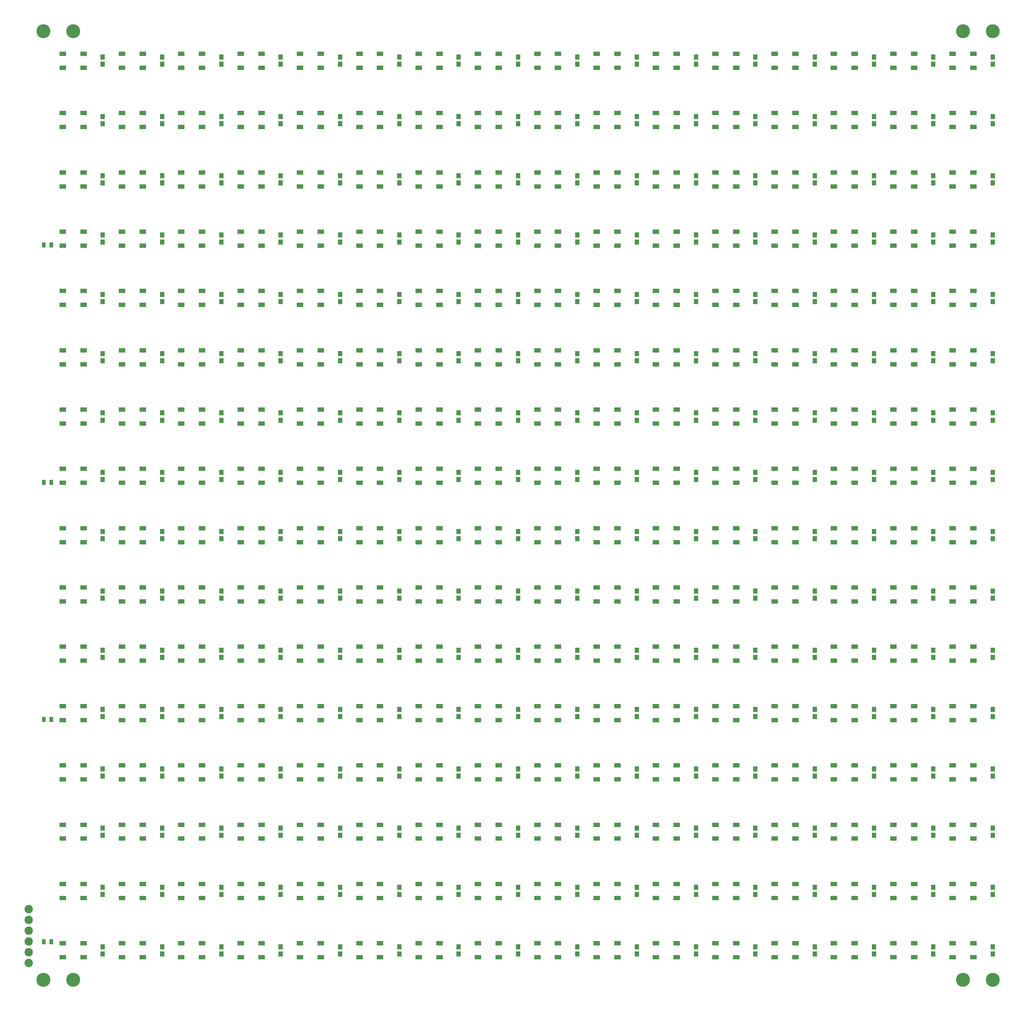
<source format=gts>
G75*
%MOIN*%
%OFA0B0*%
%FSLAX24Y24*%
%IPPOS*%
%LPD*%
%AMOC8*
5,1,8,0,0,1.08239X$1,22.5*
%
%ADD10C,0.1300*%
%ADD11R,0.0434X0.0473*%
%ADD12R,0.0631X0.0394*%
%ADD13C,0.0780*%
%ADD14R,0.0355X0.0512*%
D10*
X002865Y002856D03*
X005621Y002856D03*
X088298Y002856D03*
X091054Y002856D03*
X091054Y091045D03*
X088298Y091045D03*
X005621Y091045D03*
X002865Y091045D03*
D11*
X008376Y088624D03*
X008376Y087954D03*
X008376Y083112D03*
X008376Y082443D03*
X008376Y077600D03*
X008376Y076931D03*
X008376Y072088D03*
X008376Y071419D03*
X008376Y066576D03*
X008376Y065907D03*
X008376Y061065D03*
X008376Y060395D03*
X008376Y055553D03*
X008376Y054883D03*
X008376Y050041D03*
X008376Y049372D03*
X008376Y044529D03*
X008376Y043860D03*
X008376Y039017D03*
X008376Y038348D03*
X008376Y033506D03*
X008376Y032836D03*
X008376Y027994D03*
X008376Y027324D03*
X008376Y022482D03*
X008376Y021813D03*
X008376Y016970D03*
X008376Y016301D03*
X008376Y011458D03*
X008376Y010789D03*
X008376Y005946D03*
X008376Y005277D03*
X013888Y005277D03*
X013888Y005946D03*
X013888Y010789D03*
X013888Y011458D03*
X013888Y016301D03*
X013888Y016970D03*
X013888Y021813D03*
X013888Y022482D03*
X013888Y027324D03*
X013888Y027994D03*
X013888Y032836D03*
X013888Y033506D03*
X013888Y038348D03*
X013888Y039017D03*
X013888Y043860D03*
X013888Y044529D03*
X013888Y049372D03*
X013888Y050041D03*
X013888Y054883D03*
X013888Y055553D03*
X013888Y060395D03*
X013888Y061065D03*
X013888Y065907D03*
X013888Y066576D03*
X013888Y071419D03*
X013888Y072088D03*
X013888Y076931D03*
X013888Y077600D03*
X013888Y082443D03*
X013888Y083112D03*
X013888Y087954D03*
X013888Y088624D03*
X019400Y088624D03*
X019400Y087954D03*
X019400Y083112D03*
X019400Y082443D03*
X019400Y077600D03*
X019400Y076931D03*
X019400Y072088D03*
X019400Y071419D03*
X019400Y066576D03*
X019400Y065907D03*
X019400Y061065D03*
X019400Y060395D03*
X019400Y055553D03*
X019400Y054883D03*
X019400Y050041D03*
X019400Y049372D03*
X019400Y044529D03*
X019400Y043860D03*
X019400Y039017D03*
X019400Y038348D03*
X019400Y033506D03*
X019400Y032836D03*
X019400Y027994D03*
X019400Y027324D03*
X019400Y022482D03*
X019400Y021813D03*
X019400Y016970D03*
X019400Y016301D03*
X019400Y011458D03*
X019400Y010789D03*
X019400Y005946D03*
X019400Y005277D03*
X024912Y005277D03*
X024912Y005946D03*
X024912Y010789D03*
X024912Y011458D03*
X024912Y016301D03*
X024912Y016970D03*
X024912Y021813D03*
X024912Y022482D03*
X024912Y027324D03*
X024912Y027994D03*
X024912Y032836D03*
X024912Y033506D03*
X024912Y038348D03*
X024912Y039017D03*
X024912Y043860D03*
X024912Y044529D03*
X024912Y049372D03*
X024912Y050041D03*
X024912Y054883D03*
X024912Y055553D03*
X024912Y060395D03*
X024912Y061065D03*
X024912Y065907D03*
X024912Y066576D03*
X024912Y071419D03*
X024912Y072088D03*
X024912Y076931D03*
X024912Y077600D03*
X024912Y082443D03*
X024912Y083112D03*
X024912Y087954D03*
X024912Y088624D03*
X030424Y088624D03*
X030424Y087954D03*
X030424Y083112D03*
X030424Y082443D03*
X030424Y077600D03*
X030424Y076931D03*
X030424Y072088D03*
X030424Y071419D03*
X030424Y066576D03*
X030424Y065907D03*
X030424Y061065D03*
X030424Y060395D03*
X030424Y055553D03*
X030424Y054883D03*
X030424Y050041D03*
X030424Y049372D03*
X030424Y044529D03*
X030424Y043860D03*
X030424Y039017D03*
X030424Y038348D03*
X030424Y033506D03*
X030424Y032836D03*
X030424Y027994D03*
X030424Y027324D03*
X030424Y022482D03*
X030424Y021813D03*
X030424Y016970D03*
X030424Y016301D03*
X030424Y011458D03*
X030424Y010789D03*
X030424Y005946D03*
X030424Y005277D03*
X035935Y005277D03*
X035935Y005946D03*
X035935Y010789D03*
X035935Y011458D03*
X035935Y016301D03*
X035935Y016970D03*
X035935Y021813D03*
X035935Y022482D03*
X035935Y027324D03*
X035935Y027994D03*
X035935Y032836D03*
X035935Y033506D03*
X035935Y038348D03*
X035935Y039017D03*
X035935Y043860D03*
X035935Y044529D03*
X035935Y049372D03*
X035935Y050041D03*
X035935Y054883D03*
X035935Y055553D03*
X035935Y060395D03*
X035935Y061065D03*
X035935Y065907D03*
X035935Y066576D03*
X035935Y071419D03*
X035935Y072088D03*
X035935Y076931D03*
X035935Y077600D03*
X035935Y082443D03*
X035935Y083112D03*
X035935Y087954D03*
X035935Y088624D03*
X041447Y088624D03*
X041447Y087954D03*
X041447Y083112D03*
X041447Y082443D03*
X041447Y077600D03*
X041447Y076931D03*
X041447Y072088D03*
X041447Y071419D03*
X041447Y066576D03*
X041447Y065907D03*
X041447Y061065D03*
X041447Y060395D03*
X041447Y055553D03*
X041447Y054883D03*
X041447Y050041D03*
X041447Y049372D03*
X041447Y044529D03*
X041447Y043860D03*
X041447Y039017D03*
X041447Y038348D03*
X041447Y033506D03*
X041447Y032836D03*
X041447Y027994D03*
X041447Y027324D03*
X041447Y022482D03*
X041447Y021813D03*
X041447Y016970D03*
X041447Y016301D03*
X041447Y011458D03*
X041447Y010789D03*
X041447Y005946D03*
X041447Y005277D03*
X046959Y005277D03*
X046959Y005946D03*
X046959Y010789D03*
X046959Y011458D03*
X046959Y016301D03*
X046959Y016970D03*
X046959Y021813D03*
X046959Y022482D03*
X052471Y022482D03*
X052471Y021813D03*
X052471Y016970D03*
X052471Y016301D03*
X052471Y011458D03*
X052471Y010789D03*
X052471Y005946D03*
X052471Y005277D03*
X057983Y005277D03*
X057983Y005946D03*
X057983Y010789D03*
X057983Y011458D03*
X057983Y016301D03*
X057983Y016970D03*
X057983Y021813D03*
X057983Y022482D03*
X057983Y027324D03*
X057983Y027994D03*
X057983Y032836D03*
X057983Y033506D03*
X057983Y038348D03*
X057983Y039017D03*
X057983Y043860D03*
X057983Y044529D03*
X057983Y049372D03*
X057983Y050041D03*
X057983Y054883D03*
X057983Y055553D03*
X057983Y060395D03*
X057983Y061065D03*
X057983Y065907D03*
X057983Y066576D03*
X057983Y071419D03*
X057983Y072088D03*
X057983Y076931D03*
X057983Y077600D03*
X057983Y082443D03*
X057983Y083112D03*
X057983Y087954D03*
X057983Y088624D03*
X063495Y088624D03*
X063495Y087954D03*
X063495Y083112D03*
X063495Y082443D03*
X063495Y077600D03*
X063495Y076931D03*
X063495Y072088D03*
X063495Y071419D03*
X063495Y066576D03*
X063495Y065907D03*
X063495Y061065D03*
X063495Y060395D03*
X063495Y055553D03*
X063495Y054883D03*
X063495Y050041D03*
X063495Y049372D03*
X063495Y044529D03*
X063495Y043860D03*
X063495Y039017D03*
X063495Y038348D03*
X063495Y033506D03*
X063495Y032836D03*
X063495Y027994D03*
X063495Y027324D03*
X063495Y022482D03*
X063495Y021813D03*
X063495Y016970D03*
X063495Y016301D03*
X063495Y011458D03*
X063495Y010789D03*
X063495Y005946D03*
X063495Y005277D03*
X069006Y005277D03*
X069006Y005946D03*
X069006Y010789D03*
X069006Y011458D03*
X069006Y016301D03*
X069006Y016970D03*
X069006Y021813D03*
X069006Y022482D03*
X069006Y027324D03*
X069006Y027994D03*
X069006Y032836D03*
X069006Y033506D03*
X069006Y038348D03*
X069006Y039017D03*
X069006Y043860D03*
X069006Y044529D03*
X069006Y049372D03*
X069006Y050041D03*
X069006Y054883D03*
X069006Y055553D03*
X069006Y060395D03*
X069006Y061065D03*
X069006Y065907D03*
X069006Y066576D03*
X069006Y071419D03*
X069006Y072088D03*
X069006Y076931D03*
X069006Y077600D03*
X069006Y082443D03*
X069006Y083112D03*
X069006Y087954D03*
X069006Y088624D03*
X074518Y088624D03*
X074518Y087954D03*
X074518Y083112D03*
X074518Y082443D03*
X074518Y077600D03*
X074518Y076931D03*
X074518Y072088D03*
X074518Y071419D03*
X074518Y066576D03*
X074518Y065907D03*
X074518Y061065D03*
X074518Y060395D03*
X074518Y055553D03*
X074518Y054883D03*
X074518Y050041D03*
X074518Y049372D03*
X074518Y044529D03*
X074518Y043860D03*
X074518Y039017D03*
X074518Y038348D03*
X074518Y033506D03*
X074518Y032836D03*
X074518Y027994D03*
X074518Y027324D03*
X074518Y022482D03*
X074518Y021813D03*
X074518Y016970D03*
X074518Y016301D03*
X074518Y011458D03*
X074518Y010789D03*
X074518Y005946D03*
X074518Y005277D03*
X080030Y005277D03*
X080030Y005946D03*
X080030Y010789D03*
X080030Y011458D03*
X080030Y016301D03*
X080030Y016970D03*
X080030Y021813D03*
X080030Y022482D03*
X080030Y027324D03*
X080030Y027994D03*
X080030Y032836D03*
X080030Y033506D03*
X080030Y038348D03*
X080030Y039017D03*
X080030Y043860D03*
X080030Y044529D03*
X080030Y049372D03*
X080030Y050041D03*
X080030Y054883D03*
X080030Y055553D03*
X080030Y060395D03*
X080030Y061065D03*
X080030Y065907D03*
X080030Y066576D03*
X080030Y071419D03*
X080030Y072088D03*
X080030Y076931D03*
X080030Y077600D03*
X080030Y082443D03*
X080030Y083112D03*
X080030Y087954D03*
X080030Y088624D03*
X085542Y088624D03*
X085542Y087954D03*
X085542Y083112D03*
X085542Y082443D03*
X085542Y077600D03*
X085542Y076931D03*
X085542Y072088D03*
X085542Y071419D03*
X091054Y071419D03*
X091054Y072088D03*
X091054Y076931D03*
X091054Y077600D03*
X091054Y082443D03*
X091054Y083112D03*
X091054Y087954D03*
X091054Y088624D03*
X091054Y066576D03*
X091054Y065907D03*
X091054Y061065D03*
X091054Y060395D03*
X091054Y055553D03*
X091054Y054883D03*
X091054Y050041D03*
X091054Y049372D03*
X091054Y044529D03*
X091054Y043860D03*
X091054Y039017D03*
X091054Y038348D03*
X091054Y033506D03*
X091054Y032836D03*
X091054Y027994D03*
X091054Y027324D03*
X085542Y027324D03*
X085542Y027994D03*
X085542Y032836D03*
X085542Y033506D03*
X085542Y038348D03*
X085542Y039017D03*
X085542Y043860D03*
X085542Y044529D03*
X085542Y049372D03*
X085542Y050041D03*
X085542Y054883D03*
X085542Y055553D03*
X085542Y060395D03*
X085542Y061065D03*
X085542Y065907D03*
X085542Y066576D03*
X052471Y066576D03*
X052471Y065907D03*
X052471Y061065D03*
X052471Y060395D03*
X052471Y055553D03*
X052471Y054883D03*
X052471Y050041D03*
X052471Y049372D03*
X052471Y044529D03*
X052471Y043860D03*
X052471Y039017D03*
X052471Y038348D03*
X052471Y033506D03*
X052471Y032836D03*
X052471Y027994D03*
X052471Y027324D03*
X046959Y027324D03*
X046959Y027994D03*
X046959Y032836D03*
X046959Y033506D03*
X046959Y038348D03*
X046959Y039017D03*
X046959Y043860D03*
X046959Y044529D03*
X046959Y049372D03*
X046959Y050041D03*
X046959Y054883D03*
X046959Y055553D03*
X046959Y060395D03*
X046959Y061065D03*
X046959Y065907D03*
X046959Y066576D03*
X046959Y071419D03*
X046959Y072088D03*
X046959Y076931D03*
X046959Y077600D03*
X046959Y082443D03*
X046959Y083112D03*
X046959Y087954D03*
X046959Y088624D03*
X052471Y088624D03*
X052471Y087954D03*
X052471Y083112D03*
X052471Y082443D03*
X052471Y077600D03*
X052471Y076931D03*
X052471Y072088D03*
X052471Y071419D03*
X085542Y022482D03*
X085542Y021813D03*
X085542Y016970D03*
X085542Y016301D03*
X085542Y011458D03*
X085542Y010789D03*
X085542Y005946D03*
X085542Y005277D03*
X091054Y005277D03*
X091054Y005946D03*
X091054Y010789D03*
X091054Y011458D03*
X091054Y016301D03*
X091054Y016970D03*
X091054Y021813D03*
X091054Y022482D03*
D12*
X089262Y022797D03*
X089262Y021498D03*
X087333Y021498D03*
X087333Y022797D03*
X083750Y022797D03*
X083750Y021498D03*
X081821Y021498D03*
X081821Y022797D03*
X078239Y022797D03*
X078239Y021498D03*
X076310Y021498D03*
X076310Y022797D03*
X072727Y022797D03*
X072727Y021498D03*
X070798Y021498D03*
X070798Y022797D03*
X067215Y022797D03*
X067215Y021498D03*
X065286Y021498D03*
X065286Y022797D03*
X061703Y022797D03*
X061703Y021498D03*
X059774Y021498D03*
X059774Y022797D03*
X056191Y022797D03*
X056191Y021498D03*
X054262Y021498D03*
X054262Y022797D03*
X050680Y022797D03*
X050680Y021498D03*
X048750Y021498D03*
X048750Y022797D03*
X045168Y022797D03*
X045168Y021498D03*
X043239Y021498D03*
X043239Y022797D03*
X039656Y022797D03*
X039656Y021498D03*
X037727Y021498D03*
X037727Y022797D03*
X034144Y022797D03*
X034144Y021498D03*
X032215Y021498D03*
X032215Y022797D03*
X028632Y022797D03*
X028632Y021498D03*
X026703Y021498D03*
X026703Y022797D03*
X023121Y022797D03*
X023121Y021498D03*
X021191Y021498D03*
X021191Y022797D03*
X017609Y022797D03*
X017609Y021498D03*
X015680Y021498D03*
X015680Y022797D03*
X012097Y022797D03*
X012097Y021498D03*
X010168Y021498D03*
X010168Y022797D03*
X006585Y022797D03*
X006585Y021498D03*
X004656Y021498D03*
X004656Y022797D03*
X004656Y027009D03*
X004656Y028309D03*
X006585Y028309D03*
X006585Y027009D03*
X010168Y027009D03*
X010168Y028309D03*
X012097Y028309D03*
X012097Y027009D03*
X015680Y027009D03*
X015680Y028309D03*
X017609Y028309D03*
X017609Y027009D03*
X021191Y027009D03*
X021191Y028309D03*
X023121Y028309D03*
X023121Y027009D03*
X026703Y027009D03*
X026703Y028309D03*
X028632Y028309D03*
X028632Y027009D03*
X032215Y027009D03*
X032215Y028309D03*
X034144Y028309D03*
X034144Y027009D03*
X037727Y027009D03*
X037727Y028309D03*
X039656Y028309D03*
X039656Y027009D03*
X043239Y027009D03*
X043239Y028309D03*
X045168Y028309D03*
X045168Y027009D03*
X048750Y027009D03*
X048750Y028309D03*
X050680Y028309D03*
X050680Y027009D03*
X054262Y027009D03*
X054262Y028309D03*
X056191Y028309D03*
X056191Y027009D03*
X059774Y027009D03*
X059774Y028309D03*
X061703Y028309D03*
X061703Y027009D03*
X065286Y027009D03*
X065286Y028309D03*
X067215Y028309D03*
X067215Y027009D03*
X070798Y027009D03*
X070798Y028309D03*
X072727Y028309D03*
X072727Y027009D03*
X076310Y027009D03*
X076310Y028309D03*
X078239Y028309D03*
X078239Y027009D03*
X081821Y027009D03*
X081821Y028309D03*
X083750Y028309D03*
X083750Y027009D03*
X087333Y027009D03*
X087333Y028309D03*
X089262Y028309D03*
X089262Y027009D03*
X089262Y032521D03*
X089262Y033820D03*
X087333Y033820D03*
X087333Y032521D03*
X083750Y032521D03*
X083750Y033820D03*
X081821Y033820D03*
X081821Y032521D03*
X078239Y032521D03*
X078239Y033820D03*
X076310Y033820D03*
X076310Y032521D03*
X072727Y032521D03*
X072727Y033820D03*
X070798Y033820D03*
X070798Y032521D03*
X067215Y032521D03*
X067215Y033820D03*
X065286Y033820D03*
X065286Y032521D03*
X061703Y032521D03*
X061703Y033820D03*
X059774Y033820D03*
X059774Y032521D03*
X056191Y032521D03*
X056191Y033820D03*
X054262Y033820D03*
X054262Y032521D03*
X050680Y032521D03*
X050680Y033820D03*
X048750Y033820D03*
X048750Y032521D03*
X045168Y032521D03*
X045168Y033820D03*
X043239Y033820D03*
X043239Y032521D03*
X039656Y032521D03*
X039656Y033820D03*
X037727Y033820D03*
X037727Y032521D03*
X034144Y032521D03*
X034144Y033820D03*
X032215Y033820D03*
X032215Y032521D03*
X028632Y032521D03*
X028632Y033820D03*
X026703Y033820D03*
X026703Y032521D03*
X023121Y032521D03*
X023121Y033820D03*
X021191Y033820D03*
X021191Y032521D03*
X017609Y032521D03*
X017609Y033820D03*
X015680Y033820D03*
X015680Y032521D03*
X012097Y032521D03*
X012097Y033820D03*
X010168Y033820D03*
X010168Y032521D03*
X006585Y032521D03*
X006585Y033820D03*
X004656Y033820D03*
X004656Y032521D03*
X004656Y038033D03*
X004656Y039332D03*
X006585Y039332D03*
X006585Y038033D03*
X010168Y038033D03*
X010168Y039332D03*
X012097Y039332D03*
X012097Y038033D03*
X015680Y038033D03*
X015680Y039332D03*
X017609Y039332D03*
X017609Y038033D03*
X021191Y038033D03*
X021191Y039332D03*
X023121Y039332D03*
X023121Y038033D03*
X026703Y038033D03*
X026703Y039332D03*
X028632Y039332D03*
X028632Y038033D03*
X032215Y038033D03*
X032215Y039332D03*
X034144Y039332D03*
X034144Y038033D03*
X037727Y038033D03*
X037727Y039332D03*
X039656Y039332D03*
X039656Y038033D03*
X043239Y038033D03*
X043239Y039332D03*
X045168Y039332D03*
X045168Y038033D03*
X048750Y038033D03*
X048750Y039332D03*
X050680Y039332D03*
X050680Y038033D03*
X054262Y038033D03*
X054262Y039332D03*
X056191Y039332D03*
X056191Y038033D03*
X059774Y038033D03*
X059774Y039332D03*
X061703Y039332D03*
X061703Y038033D03*
X065286Y038033D03*
X065286Y039332D03*
X067215Y039332D03*
X067215Y038033D03*
X070798Y038033D03*
X070798Y039332D03*
X072727Y039332D03*
X072727Y038033D03*
X076310Y038033D03*
X076310Y039332D03*
X078239Y039332D03*
X078239Y038033D03*
X081821Y038033D03*
X081821Y039332D03*
X083750Y039332D03*
X083750Y038033D03*
X087333Y038033D03*
X087333Y039332D03*
X089262Y039332D03*
X089262Y038033D03*
X089262Y043545D03*
X089262Y044844D03*
X087333Y044844D03*
X087333Y043545D03*
X083750Y043545D03*
X083750Y044844D03*
X081821Y044844D03*
X081821Y043545D03*
X078239Y043545D03*
X078239Y044844D03*
X076310Y044844D03*
X076310Y043545D03*
X072727Y043545D03*
X072727Y044844D03*
X070798Y044844D03*
X070798Y043545D03*
X067215Y043545D03*
X067215Y044844D03*
X065286Y044844D03*
X065286Y043545D03*
X061703Y043545D03*
X061703Y044844D03*
X059774Y044844D03*
X059774Y043545D03*
X056191Y043545D03*
X056191Y044844D03*
X054262Y044844D03*
X054262Y043545D03*
X050680Y043545D03*
X050680Y044844D03*
X048750Y044844D03*
X048750Y043545D03*
X045168Y043545D03*
X045168Y044844D03*
X043239Y044844D03*
X043239Y043545D03*
X039656Y043545D03*
X039656Y044844D03*
X037727Y044844D03*
X037727Y043545D03*
X034144Y043545D03*
X034144Y044844D03*
X032215Y044844D03*
X032215Y043545D03*
X028632Y043545D03*
X028632Y044844D03*
X026703Y044844D03*
X026703Y043545D03*
X023121Y043545D03*
X023121Y044844D03*
X021191Y044844D03*
X021191Y043545D03*
X017609Y043545D03*
X017609Y044844D03*
X015680Y044844D03*
X015680Y043545D03*
X012097Y043545D03*
X012097Y044844D03*
X010168Y044844D03*
X010168Y043545D03*
X006585Y043545D03*
X006585Y044844D03*
X004656Y044844D03*
X004656Y043545D03*
X004656Y049057D03*
X004656Y050356D03*
X006585Y050356D03*
X006585Y049057D03*
X010168Y049057D03*
X010168Y050356D03*
X012097Y050356D03*
X012097Y049057D03*
X015680Y049057D03*
X015680Y050356D03*
X017609Y050356D03*
X017609Y049057D03*
X021191Y049057D03*
X021191Y050356D03*
X023121Y050356D03*
X023121Y049057D03*
X026703Y049057D03*
X026703Y050356D03*
X028632Y050356D03*
X028632Y049057D03*
X032215Y049057D03*
X032215Y050356D03*
X034144Y050356D03*
X034144Y049057D03*
X037727Y049057D03*
X037727Y050356D03*
X039656Y050356D03*
X039656Y049057D03*
X043239Y049057D03*
X043239Y050356D03*
X045168Y050356D03*
X045168Y049057D03*
X048750Y049057D03*
X048750Y050356D03*
X050680Y050356D03*
X050680Y049057D03*
X054262Y049057D03*
X054262Y050356D03*
X056191Y050356D03*
X056191Y049057D03*
X059774Y049057D03*
X059774Y050356D03*
X061703Y050356D03*
X061703Y049057D03*
X065286Y049057D03*
X065286Y050356D03*
X067215Y050356D03*
X067215Y049057D03*
X070798Y049057D03*
X070798Y050356D03*
X072727Y050356D03*
X072727Y049057D03*
X076310Y049057D03*
X076310Y050356D03*
X078239Y050356D03*
X078239Y049057D03*
X081821Y049057D03*
X081821Y050356D03*
X083750Y050356D03*
X083750Y049057D03*
X087333Y049057D03*
X087333Y050356D03*
X089262Y050356D03*
X089262Y049057D03*
X089262Y054569D03*
X089262Y055868D03*
X087333Y055868D03*
X087333Y054569D03*
X083750Y054569D03*
X083750Y055868D03*
X081821Y055868D03*
X081821Y054569D03*
X078239Y054569D03*
X078239Y055868D03*
X076310Y055868D03*
X076310Y054569D03*
X072727Y054569D03*
X072727Y055868D03*
X070798Y055868D03*
X070798Y054569D03*
X067215Y054569D03*
X067215Y055868D03*
X065286Y055868D03*
X065286Y054569D03*
X061703Y054569D03*
X061703Y055868D03*
X059774Y055868D03*
X059774Y054569D03*
X056191Y054569D03*
X056191Y055868D03*
X054262Y055868D03*
X054262Y054569D03*
X050680Y054569D03*
X050680Y055868D03*
X048750Y055868D03*
X048750Y054569D03*
X045168Y054569D03*
X045168Y055868D03*
X043239Y055868D03*
X043239Y054569D03*
X039656Y054569D03*
X039656Y055868D03*
X037727Y055868D03*
X037727Y054569D03*
X034144Y054569D03*
X034144Y055868D03*
X032215Y055868D03*
X032215Y054569D03*
X028632Y054569D03*
X028632Y055868D03*
X026703Y055868D03*
X026703Y054569D03*
X023121Y054569D03*
X023121Y055868D03*
X021191Y055868D03*
X021191Y054569D03*
X017609Y054569D03*
X017609Y055868D03*
X015680Y055868D03*
X015680Y054569D03*
X012097Y054569D03*
X012097Y055868D03*
X010168Y055868D03*
X010168Y054569D03*
X006585Y054569D03*
X006585Y055868D03*
X004656Y055868D03*
X004656Y054569D03*
X004656Y060080D03*
X004656Y061380D03*
X006585Y061380D03*
X006585Y060080D03*
X010168Y060080D03*
X010168Y061380D03*
X012097Y061380D03*
X012097Y060080D03*
X015680Y060080D03*
X015680Y061380D03*
X017609Y061380D03*
X017609Y060080D03*
X021191Y060080D03*
X021191Y061380D03*
X023121Y061380D03*
X023121Y060080D03*
X026703Y060080D03*
X026703Y061380D03*
X028632Y061380D03*
X028632Y060080D03*
X032215Y060080D03*
X032215Y061380D03*
X034144Y061380D03*
X034144Y060080D03*
X037727Y060080D03*
X037727Y061380D03*
X039656Y061380D03*
X039656Y060080D03*
X043239Y060080D03*
X043239Y061380D03*
X045168Y061380D03*
X045168Y060080D03*
X048750Y060080D03*
X048750Y061380D03*
X050680Y061380D03*
X050680Y060080D03*
X054262Y060080D03*
X054262Y061380D03*
X056191Y061380D03*
X056191Y060080D03*
X059774Y060080D03*
X059774Y061380D03*
X061703Y061380D03*
X061703Y060080D03*
X065286Y060080D03*
X065286Y061380D03*
X067215Y061380D03*
X067215Y060080D03*
X070798Y060080D03*
X070798Y061380D03*
X072727Y061380D03*
X072727Y060080D03*
X076310Y060080D03*
X076310Y061380D03*
X078239Y061380D03*
X078239Y060080D03*
X081821Y060080D03*
X081821Y061380D03*
X083750Y061380D03*
X083750Y060080D03*
X087333Y060080D03*
X087333Y061380D03*
X089262Y061380D03*
X089262Y060080D03*
X089262Y065592D03*
X089262Y066891D03*
X087333Y066891D03*
X087333Y065592D03*
X083750Y065592D03*
X083750Y066891D03*
X081821Y066891D03*
X081821Y065592D03*
X078239Y065592D03*
X078239Y066891D03*
X076310Y066891D03*
X076310Y065592D03*
X072727Y065592D03*
X072727Y066891D03*
X070798Y066891D03*
X070798Y065592D03*
X067215Y065592D03*
X067215Y066891D03*
X065286Y066891D03*
X065286Y065592D03*
X061703Y065592D03*
X061703Y066891D03*
X059774Y066891D03*
X059774Y065592D03*
X056191Y065592D03*
X056191Y066891D03*
X054262Y066891D03*
X054262Y065592D03*
X050680Y065592D03*
X050680Y066891D03*
X048750Y066891D03*
X048750Y065592D03*
X045168Y065592D03*
X045168Y066891D03*
X043239Y066891D03*
X043239Y065592D03*
X039656Y065592D03*
X039656Y066891D03*
X037727Y066891D03*
X037727Y065592D03*
X034144Y065592D03*
X034144Y066891D03*
X032215Y066891D03*
X032215Y065592D03*
X028632Y065592D03*
X028632Y066891D03*
X026703Y066891D03*
X026703Y065592D03*
X023121Y065592D03*
X023121Y066891D03*
X021191Y066891D03*
X021191Y065592D03*
X017609Y065592D03*
X017609Y066891D03*
X015680Y066891D03*
X015680Y065592D03*
X012097Y065592D03*
X012097Y066891D03*
X010168Y066891D03*
X010168Y065592D03*
X006585Y065592D03*
X006585Y066891D03*
X004656Y066891D03*
X004656Y065592D03*
X004656Y071104D03*
X004656Y072403D03*
X006585Y072403D03*
X006585Y071104D03*
X010168Y071104D03*
X010168Y072403D03*
X012097Y072403D03*
X012097Y071104D03*
X015680Y071104D03*
X015680Y072403D03*
X017609Y072403D03*
X017609Y071104D03*
X021191Y071104D03*
X021191Y072403D03*
X023121Y072403D03*
X023121Y071104D03*
X026703Y071104D03*
X026703Y072403D03*
X028632Y072403D03*
X028632Y071104D03*
X032215Y071104D03*
X032215Y072403D03*
X034144Y072403D03*
X034144Y071104D03*
X037727Y071104D03*
X037727Y072403D03*
X039656Y072403D03*
X039656Y071104D03*
X043239Y071104D03*
X043239Y072403D03*
X045168Y072403D03*
X045168Y071104D03*
X048750Y071104D03*
X048750Y072403D03*
X050680Y072403D03*
X050680Y071104D03*
X054262Y071104D03*
X054262Y072403D03*
X056191Y072403D03*
X056191Y071104D03*
X059774Y071104D03*
X059774Y072403D03*
X061703Y072403D03*
X061703Y071104D03*
X065286Y071104D03*
X065286Y072403D03*
X067215Y072403D03*
X067215Y071104D03*
X070798Y071104D03*
X070798Y072403D03*
X072727Y072403D03*
X072727Y071104D03*
X076310Y071104D03*
X076310Y072403D03*
X078239Y072403D03*
X078239Y071104D03*
X081821Y071104D03*
X081821Y072403D03*
X083750Y072403D03*
X083750Y071104D03*
X087333Y071104D03*
X087333Y072403D03*
X089262Y072403D03*
X089262Y071104D03*
X089262Y076616D03*
X089262Y077915D03*
X087333Y077915D03*
X087333Y076616D03*
X083750Y076616D03*
X083750Y077915D03*
X081821Y077915D03*
X081821Y076616D03*
X078239Y076616D03*
X078239Y077915D03*
X076310Y077915D03*
X076310Y076616D03*
X072727Y076616D03*
X072727Y077915D03*
X070798Y077915D03*
X070798Y076616D03*
X067215Y076616D03*
X067215Y077915D03*
X065286Y077915D03*
X065286Y076616D03*
X061703Y076616D03*
X061703Y077915D03*
X059774Y077915D03*
X059774Y076616D03*
X056191Y076616D03*
X056191Y077915D03*
X054262Y077915D03*
X054262Y076616D03*
X050680Y076616D03*
X050680Y077915D03*
X048750Y077915D03*
X048750Y076616D03*
X045168Y076616D03*
X045168Y077915D03*
X043239Y077915D03*
X043239Y076616D03*
X039656Y076616D03*
X039656Y077915D03*
X037727Y077915D03*
X037727Y076616D03*
X034144Y076616D03*
X034144Y077915D03*
X032215Y077915D03*
X032215Y076616D03*
X028632Y076616D03*
X028632Y077915D03*
X026703Y077915D03*
X026703Y076616D03*
X023121Y076616D03*
X023121Y077915D03*
X021191Y077915D03*
X021191Y076616D03*
X017609Y076616D03*
X017609Y077915D03*
X015680Y077915D03*
X015680Y076616D03*
X012097Y076616D03*
X012097Y077915D03*
X010168Y077915D03*
X010168Y076616D03*
X006585Y076616D03*
X006585Y077915D03*
X004656Y077915D03*
X004656Y076616D03*
X004656Y082128D03*
X004656Y083427D03*
X006585Y083427D03*
X006585Y082128D03*
X010168Y082128D03*
X010168Y083427D03*
X012097Y083427D03*
X012097Y082128D03*
X015680Y082128D03*
X015680Y083427D03*
X017609Y083427D03*
X017609Y082128D03*
X021191Y082128D03*
X021191Y083427D03*
X023121Y083427D03*
X023121Y082128D03*
X026703Y082128D03*
X026703Y083427D03*
X028632Y083427D03*
X028632Y082128D03*
X032215Y082128D03*
X032215Y083427D03*
X034144Y083427D03*
X034144Y082128D03*
X037727Y082128D03*
X037727Y083427D03*
X039656Y083427D03*
X039656Y082128D03*
X043239Y082128D03*
X043239Y083427D03*
X045168Y083427D03*
X045168Y082128D03*
X048750Y082128D03*
X048750Y083427D03*
X050680Y083427D03*
X050680Y082128D03*
X054262Y082128D03*
X054262Y083427D03*
X056191Y083427D03*
X056191Y082128D03*
X059774Y082128D03*
X059774Y083427D03*
X061703Y083427D03*
X061703Y082128D03*
X065286Y082128D03*
X065286Y083427D03*
X067215Y083427D03*
X067215Y082128D03*
X070798Y082128D03*
X070798Y083427D03*
X072727Y083427D03*
X072727Y082128D03*
X076310Y082128D03*
X076310Y083427D03*
X078239Y083427D03*
X078239Y082128D03*
X081821Y082128D03*
X081821Y083427D03*
X083750Y083427D03*
X083750Y082128D03*
X087333Y082128D03*
X087333Y083427D03*
X089262Y083427D03*
X089262Y082128D03*
X089262Y087639D03*
X089262Y088939D03*
X087333Y088939D03*
X087333Y087639D03*
X083750Y087639D03*
X083750Y088939D03*
X081821Y088939D03*
X081821Y087639D03*
X078239Y087639D03*
X078239Y088939D03*
X076310Y088939D03*
X076310Y087639D03*
X072727Y087639D03*
X072727Y088939D03*
X070798Y088939D03*
X070798Y087639D03*
X067215Y087639D03*
X067215Y088939D03*
X065286Y088939D03*
X065286Y087639D03*
X061703Y087639D03*
X061703Y088939D03*
X059774Y088939D03*
X059774Y087639D03*
X056191Y087639D03*
X056191Y088939D03*
X054262Y088939D03*
X054262Y087639D03*
X050680Y087639D03*
X050680Y088939D03*
X048750Y088939D03*
X048750Y087639D03*
X045168Y087639D03*
X045168Y088939D03*
X043239Y088939D03*
X043239Y087639D03*
X039656Y087639D03*
X039656Y088939D03*
X037727Y088939D03*
X037727Y087639D03*
X034144Y087639D03*
X034144Y088939D03*
X032215Y088939D03*
X032215Y087639D03*
X028632Y087639D03*
X028632Y088939D03*
X026703Y088939D03*
X026703Y087639D03*
X023121Y087639D03*
X023121Y088939D03*
X021191Y088939D03*
X021191Y087639D03*
X017609Y087639D03*
X017609Y088939D03*
X015680Y088939D03*
X015680Y087639D03*
X012097Y087639D03*
X012097Y088939D03*
X010168Y088939D03*
X010168Y087639D03*
X006585Y087639D03*
X006585Y088939D03*
X004656Y088939D03*
X004656Y087639D03*
X004656Y017285D03*
X004656Y015986D03*
X006585Y015986D03*
X006585Y017285D03*
X010168Y017285D03*
X010168Y015986D03*
X012097Y015986D03*
X012097Y017285D03*
X015680Y017285D03*
X015680Y015986D03*
X017609Y015986D03*
X017609Y017285D03*
X021191Y017285D03*
X021191Y015986D03*
X023121Y015986D03*
X023121Y017285D03*
X026703Y017285D03*
X026703Y015986D03*
X028632Y015986D03*
X028632Y017285D03*
X032215Y017285D03*
X032215Y015986D03*
X034144Y015986D03*
X034144Y017285D03*
X037727Y017285D03*
X037727Y015986D03*
X039656Y015986D03*
X039656Y017285D03*
X043239Y017285D03*
X043239Y015986D03*
X045168Y015986D03*
X045168Y017285D03*
X048750Y017285D03*
X048750Y015986D03*
X050680Y015986D03*
X050680Y017285D03*
X054262Y017285D03*
X054262Y015986D03*
X056191Y015986D03*
X056191Y017285D03*
X059774Y017285D03*
X059774Y015986D03*
X061703Y015986D03*
X061703Y017285D03*
X065286Y017285D03*
X065286Y015986D03*
X067215Y015986D03*
X067215Y017285D03*
X070798Y017285D03*
X070798Y015986D03*
X072727Y015986D03*
X072727Y017285D03*
X076310Y017285D03*
X076310Y015986D03*
X078239Y015986D03*
X078239Y017285D03*
X081821Y017285D03*
X081821Y015986D03*
X083750Y015986D03*
X083750Y017285D03*
X087333Y017285D03*
X087333Y015986D03*
X089262Y015986D03*
X089262Y017285D03*
X089262Y011773D03*
X089262Y010474D03*
X087333Y010474D03*
X087333Y011773D03*
X083750Y011773D03*
X083750Y010474D03*
X081821Y010474D03*
X081821Y011773D03*
X078239Y011773D03*
X078239Y010474D03*
X076310Y010474D03*
X076310Y011773D03*
X072727Y011773D03*
X072727Y010474D03*
X070798Y010474D03*
X070798Y011773D03*
X067215Y011773D03*
X067215Y010474D03*
X065286Y010474D03*
X065286Y011773D03*
X061703Y011773D03*
X061703Y010474D03*
X059774Y010474D03*
X059774Y011773D03*
X056191Y011773D03*
X056191Y010474D03*
X054262Y010474D03*
X054262Y011773D03*
X050680Y011773D03*
X050680Y010474D03*
X048750Y010474D03*
X048750Y011773D03*
X045168Y011773D03*
X045168Y010474D03*
X043239Y010474D03*
X043239Y011773D03*
X039656Y011773D03*
X039656Y010474D03*
X037727Y010474D03*
X037727Y011773D03*
X034144Y011773D03*
X034144Y010474D03*
X032215Y010474D03*
X032215Y011773D03*
X028632Y011773D03*
X028632Y010474D03*
X026703Y010474D03*
X026703Y011773D03*
X023121Y011773D03*
X023121Y010474D03*
X021191Y010474D03*
X021191Y011773D03*
X017609Y011773D03*
X017609Y010474D03*
X015680Y010474D03*
X015680Y011773D03*
X012097Y011773D03*
X012097Y010474D03*
X010168Y010474D03*
X010168Y011773D03*
X006585Y011773D03*
X006585Y010474D03*
X004656Y010474D03*
X004656Y011773D03*
X004656Y006261D03*
X004656Y004962D03*
X006585Y004962D03*
X006585Y006261D03*
X010168Y006261D03*
X010168Y004962D03*
X012097Y004962D03*
X012097Y006261D03*
X015680Y006261D03*
X015680Y004962D03*
X017609Y004962D03*
X017609Y006261D03*
X021191Y006261D03*
X021191Y004962D03*
X023121Y004962D03*
X023121Y006261D03*
X026703Y006261D03*
X026703Y004962D03*
X028632Y004962D03*
X028632Y006261D03*
X032215Y006261D03*
X032215Y004962D03*
X034144Y004962D03*
X034144Y006261D03*
X037727Y006261D03*
X037727Y004962D03*
X039656Y004962D03*
X039656Y006261D03*
X043239Y006261D03*
X043239Y004962D03*
X045168Y004962D03*
X045168Y006261D03*
X048750Y006261D03*
X048750Y004962D03*
X050680Y004962D03*
X050680Y006261D03*
X054262Y006261D03*
X054262Y004962D03*
X056191Y004962D03*
X056191Y006261D03*
X059774Y006261D03*
X059774Y004962D03*
X061703Y004962D03*
X061703Y006261D03*
X065286Y006261D03*
X065286Y004962D03*
X067215Y004962D03*
X067215Y006261D03*
X070798Y006261D03*
X070798Y004962D03*
X072727Y004962D03*
X072727Y006261D03*
X076310Y006261D03*
X076310Y004962D03*
X078239Y004962D03*
X078239Y006261D03*
X081821Y006261D03*
X081821Y004962D03*
X083750Y004962D03*
X083750Y006261D03*
X087333Y006261D03*
X087333Y004962D03*
X089262Y004962D03*
X089262Y006261D03*
D13*
X001487Y006431D03*
X001487Y007431D03*
X001487Y008431D03*
X001487Y009431D03*
X001487Y005431D03*
X001487Y004431D03*
D14*
X002904Y006399D03*
X003613Y006399D03*
X003613Y027069D03*
X002904Y027069D03*
X002904Y049116D03*
X003613Y049116D03*
X003613Y071163D03*
X002904Y071163D03*
M02*

</source>
